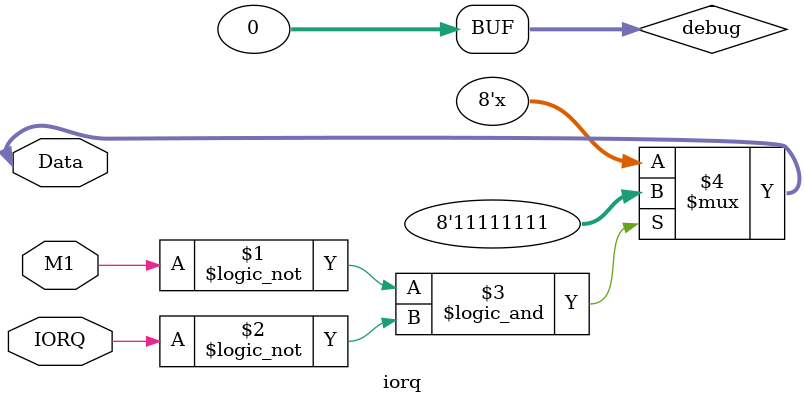
<source format=sv>
module iorq (Data, M1, IORQ);

// Set to 1 if you want debug printout on each IO access
int debug = 0;

inout [7:0] Data;
input M1, IORQ;

// Define the opcode to be sent through IORQ (FF=RST38, C7=RST0,...)
`define OPCODE  8'hFF
//`define OPCODE  8'hC7

// Return data on an IORQ condition
assign Data = (!M1 && !IORQ) ? `OPCODE : {8{1'bz}};

int fd;

always @(!M1 && !IORQ) begin
    if (debug)
        $strobe("[IORQ] DB=%H", `OPCODE);
end

endmodule

</source>
